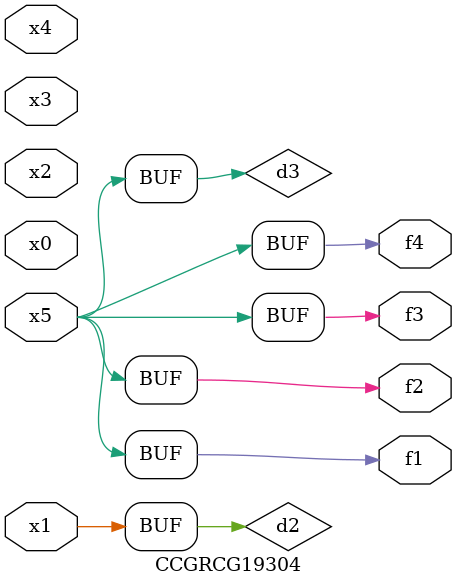
<source format=v>
module CCGRCG19304(
	input x0, x1, x2, x3, x4, x5,
	output f1, f2, f3, f4
);

	wire d1, d2, d3;

	not (d1, x5);
	or (d2, x1);
	xnor (d3, d1);
	assign f1 = d3;
	assign f2 = d3;
	assign f3 = d3;
	assign f4 = d3;
endmodule

</source>
